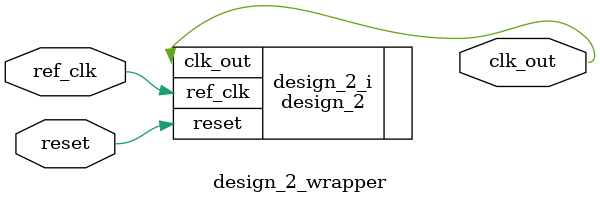
<source format=v>
`timescale 1 ps / 1 ps

module design_2_wrapper
   (clk_out,
    ref_clk,
    reset);
  output [0:0]clk_out;
  input ref_clk;
  input reset;

  wire [0:0]clk_out;
  wire ref_clk;
  wire reset;

  design_2 design_2_i
       (.clk_out(clk_out),
        .ref_clk(ref_clk),
        .reset(reset));
endmodule

</source>
